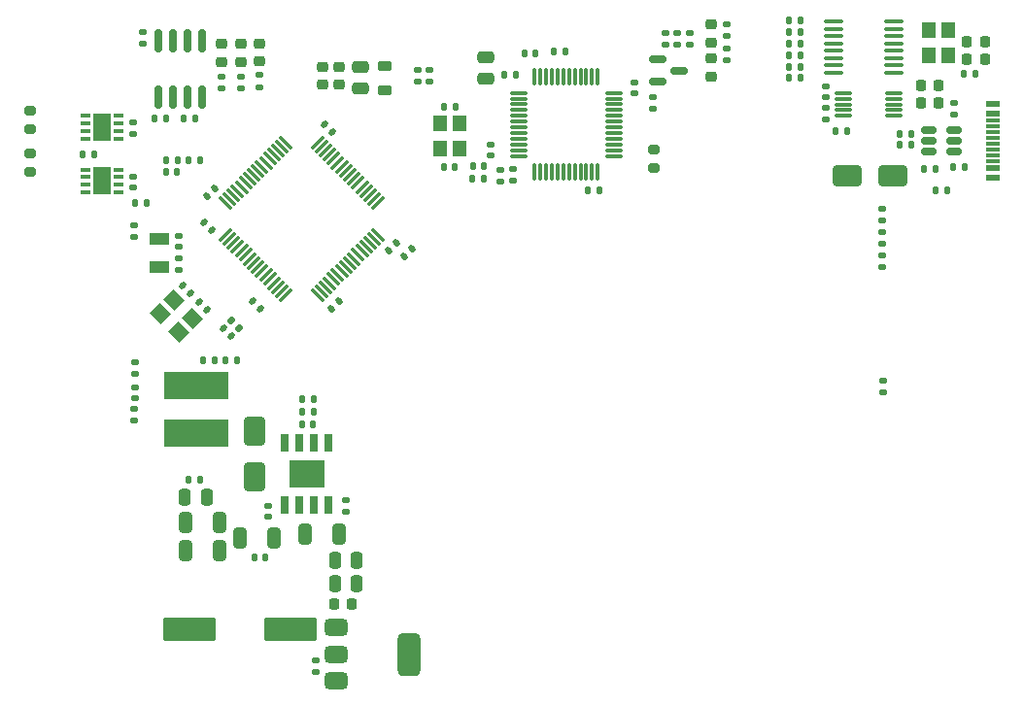
<source format=gbr>
%TF.GenerationSoftware,KiCad,Pcbnew,8.0.7-8.0.7-0~ubuntu22.04.1*%
%TF.CreationDate,2024-12-14T16:55:50+01:00*%
%TF.ProjectId,mini_module_template,6d696e69-5f6d-46f6-9475-6c655f74656d,rev?*%
%TF.SameCoordinates,Original*%
%TF.FileFunction,Paste,Top*%
%TF.FilePolarity,Positive*%
%FSLAX46Y46*%
G04 Gerber Fmt 4.6, Leading zero omitted, Abs format (unit mm)*
G04 Created by KiCad (PCBNEW 8.0.7-8.0.7-0~ubuntu22.04.1) date 2024-12-14 16:55:50*
%MOMM*%
%LPD*%
G01*
G04 APERTURE LIST*
G04 Aperture macros list*
%AMRoundRect*
0 Rectangle with rounded corners*
0 $1 Rounding radius*
0 $2 $3 $4 $5 $6 $7 $8 $9 X,Y pos of 4 corners*
0 Add a 4 corners polygon primitive as box body*
4,1,4,$2,$3,$4,$5,$6,$7,$8,$9,$2,$3,0*
0 Add four circle primitives for the rounded corners*
1,1,$1+$1,$2,$3*
1,1,$1+$1,$4,$5*
1,1,$1+$1,$6,$7*
1,1,$1+$1,$8,$9*
0 Add four rect primitives between the rounded corners*
20,1,$1+$1,$2,$3,$4,$5,0*
20,1,$1+$1,$4,$5,$6,$7,0*
20,1,$1+$1,$6,$7,$8,$9,0*
20,1,$1+$1,$8,$9,$2,$3,0*%
%AMRotRect*
0 Rectangle, with rotation*
0 The origin of the aperture is its center*
0 $1 length*
0 $2 width*
0 $3 Rotation angle, in degrees counterclockwise*
0 Add horizontal line*
21,1,$1,$2,0,0,$3*%
G04 Aperture macros list end*
%ADD10RoundRect,0.135000X0.185000X-0.135000X0.185000X0.135000X-0.185000X0.135000X-0.185000X-0.135000X0*%
%ADD11RoundRect,0.150000X-0.587500X-0.150000X0.587500X-0.150000X0.587500X0.150000X-0.587500X0.150000X0*%
%ADD12RoundRect,0.135000X-0.226274X-0.035355X-0.035355X-0.226274X0.226274X0.035355X0.035355X0.226274X0*%
%ADD13RoundRect,0.140000X-0.170000X0.140000X-0.170000X-0.140000X0.170000X-0.140000X0.170000X0.140000X0*%
%ADD14RoundRect,0.200000X0.275000X-0.200000X0.275000X0.200000X-0.275000X0.200000X-0.275000X-0.200000X0*%
%ADD15RoundRect,0.135000X-0.135000X-0.185000X0.135000X-0.185000X0.135000X0.185000X-0.135000X0.185000X0*%
%ADD16RoundRect,0.250000X-0.325000X-0.650000X0.325000X-0.650000X0.325000X0.650000X-0.325000X0.650000X0*%
%ADD17RoundRect,0.140000X0.140000X0.170000X-0.140000X0.170000X-0.140000X-0.170000X0.140000X-0.170000X0*%
%ADD18RoundRect,0.250000X-1.000000X-0.650000X1.000000X-0.650000X1.000000X0.650000X-1.000000X0.650000X0*%
%ADD19R,1.200000X1.400000*%
%ADD20RoundRect,0.218750X-0.256250X0.218750X-0.256250X-0.218750X0.256250X-0.218750X0.256250X0.218750X0*%
%ADD21RoundRect,0.140000X0.219203X0.021213X0.021213X0.219203X-0.219203X-0.021213X-0.021213X-0.219203X0*%
%ADD22RoundRect,0.135000X0.135000X0.185000X-0.135000X0.185000X-0.135000X-0.185000X0.135000X-0.185000X0*%
%ADD23RoundRect,0.140000X0.170000X-0.140000X0.170000X0.140000X-0.170000X0.140000X-0.170000X-0.140000X0*%
%ADD24RoundRect,0.135000X-0.185000X0.135000X-0.185000X-0.135000X0.185000X-0.135000X0.185000X0.135000X0*%
%ADD25RoundRect,0.218750X0.256250X-0.218750X0.256250X0.218750X-0.256250X0.218750X-0.256250X-0.218750X0*%
%ADD26RoundRect,0.100000X-0.712500X-0.100000X0.712500X-0.100000X0.712500X0.100000X-0.712500X0.100000X0*%
%ADD27RoundRect,0.140000X-0.021213X0.219203X-0.219203X0.021213X0.021213X-0.219203X0.219203X-0.021213X0*%
%ADD28RoundRect,0.225000X0.225000X0.250000X-0.225000X0.250000X-0.225000X-0.250000X0.225000X-0.250000X0*%
%ADD29RoundRect,0.150000X-0.150000X0.825000X-0.150000X-0.825000X0.150000X-0.825000X0.150000X0.825000X0*%
%ADD30RoundRect,0.140000X-0.140000X-0.170000X0.140000X-0.170000X0.140000X0.170000X-0.140000X0.170000X0*%
%ADD31RoundRect,0.250000X-0.475000X0.250000X-0.475000X-0.250000X0.475000X-0.250000X0.475000X0.250000X0*%
%ADD32RoundRect,0.218750X-0.381250X0.218750X-0.381250X-0.218750X0.381250X-0.218750X0.381250X0.218750X0*%
%ADD33RoundRect,0.075000X-0.441942X-0.548008X0.548008X0.441942X0.441942X0.548008X-0.548008X-0.441942X0*%
%ADD34RoundRect,0.075000X0.441942X-0.548008X0.548008X-0.441942X-0.441942X0.548008X-0.548008X0.441942X0*%
%ADD35RoundRect,0.250001X-2.049999X-0.799999X2.049999X-0.799999X2.049999X0.799999X-2.049999X0.799999X0*%
%ADD36R,1.800000X1.000000*%
%ADD37RoundRect,0.075000X-0.662500X-0.075000X0.662500X-0.075000X0.662500X0.075000X-0.662500X0.075000X0*%
%ADD38RoundRect,0.075000X-0.075000X-0.662500X0.075000X-0.662500X0.075000X0.662500X-0.075000X0.662500X0*%
%ADD39RoundRect,0.150000X-0.512500X-0.150000X0.512500X-0.150000X0.512500X0.150000X-0.512500X0.150000X0*%
%ADD40RoundRect,0.250000X-0.650000X1.000000X-0.650000X-1.000000X0.650000X-1.000000X0.650000X1.000000X0*%
%ADD41RoundRect,0.250000X0.250000X0.475000X-0.250000X0.475000X-0.250000X-0.475000X0.250000X-0.475000X0*%
%ADD42RoundRect,0.375000X-0.625000X-0.375000X0.625000X-0.375000X0.625000X0.375000X-0.625000X0.375000X0*%
%ADD43RoundRect,0.500000X-0.500000X-1.400000X0.500000X-1.400000X0.500000X1.400000X-0.500000X1.400000X0*%
%ADD44R,0.650000X1.525000*%
%ADD45R,3.100000X2.400000*%
%ADD46RoundRect,0.075000X0.650000X0.075000X-0.650000X0.075000X-0.650000X-0.075000X0.650000X-0.075000X0*%
%ADD47RoundRect,0.140000X-0.219203X-0.021213X-0.021213X-0.219203X0.219203X0.021213X0.021213X0.219203X0*%
%ADD48R,0.850000X0.350000*%
%ADD49R,1.650000X2.450000*%
%ADD50R,1.240000X0.600000*%
%ADD51R,1.240000X0.300000*%
%ADD52RoundRect,0.140000X0.021213X-0.219203X0.219203X-0.021213X-0.021213X0.219203X-0.219203X0.021213X0*%
%ADD53RoundRect,0.225000X-0.250000X0.225000X-0.250000X-0.225000X0.250000X-0.225000X0.250000X0.225000X0*%
%ADD54RoundRect,0.250000X-0.250000X-0.475000X0.250000X-0.475000X0.250000X0.475000X-0.250000X0.475000X0*%
%ADD55R,5.700000X2.400000*%
%ADD56RotRect,1.400000X1.200000X135.000000*%
%ADD57RoundRect,0.250000X0.325000X0.650000X-0.325000X0.650000X-0.325000X-0.650000X0.325000X-0.650000X0*%
%ADD58RoundRect,0.250000X0.475000X-0.250000X0.475000X0.250000X-0.475000X0.250000X-0.475000X-0.250000X0*%
G04 APERTURE END LIST*
D10*
%TO.C,R29*%
X108187501Y-66692496D03*
X108187501Y-65672498D03*
%TD*%
D11*
%TO.C,Q1*%
X142954999Y-64310000D03*
X142954999Y-66210000D03*
X144830000Y-65260000D03*
%TD*%
D12*
%TO.C,R2*%
X105739376Y-87039376D03*
X106460624Y-87760624D03*
%TD*%
D13*
%TO.C,C42*%
X97230000Y-74505000D03*
X97230000Y-75465000D03*
%TD*%
D14*
%TO.C,R24*%
X88230000Y-74105000D03*
X88230000Y-72455000D03*
%TD*%
D15*
%TO.C,R47*%
X154360000Y-65920000D03*
X155380000Y-65920000D03*
%TD*%
D16*
%TO.C,C49*%
X101784998Y-104700001D03*
X104735000Y-104700001D03*
%TD*%
D17*
%TO.C,C17*%
X127760000Y-73600000D03*
X126800000Y-73600000D03*
%TD*%
D18*
%TO.C,D1*%
X159400000Y-74400000D03*
X163400000Y-74400000D03*
%TD*%
D10*
%TO.C,R22*%
X142520000Y-68559999D03*
X142520000Y-67540001D03*
%TD*%
D16*
%TO.C,C46*%
X112174998Y-105700000D03*
X115125000Y-105700000D03*
%TD*%
D19*
%TO.C,Y4*%
X168250000Y-63900000D03*
X168250000Y-61700000D03*
X166550000Y-61700000D03*
X166550000Y-63900000D03*
%TD*%
D20*
%TO.C,D3*%
X104880000Y-62914997D03*
X104880000Y-64489999D03*
%TD*%
D21*
%TO.C,C58*%
X108309411Y-86049411D03*
X107630589Y-85370589D03*
%TD*%
D22*
%TO.C,R36*%
X93850000Y-72560000D03*
X92830002Y-72560000D03*
%TD*%
D23*
%TO.C,C21*%
X113100000Y-117680000D03*
X113100000Y-116720000D03*
%TD*%
D10*
%TO.C,R48*%
X162480000Y-82371998D03*
X162480000Y-81352000D03*
%TD*%
D22*
%TO.C,R34*%
X165065000Y-71770000D03*
X164045000Y-71770000D03*
%TD*%
D24*
%TO.C,R31*%
X168735000Y-68090001D03*
X168735000Y-69109999D03*
%TD*%
D13*
%TO.C,C36*%
X97220000Y-69812501D03*
X97220000Y-70772501D03*
%TD*%
%TO.C,C56*%
X101218553Y-79680050D03*
X101218553Y-80640050D03*
%TD*%
D17*
%TO.C,C43*%
X108750000Y-107750001D03*
X107790000Y-107750001D03*
%TD*%
D25*
%TO.C,D5*%
X147570000Y-65807501D03*
X147570000Y-64232499D03*
%TD*%
D26*
%TO.C,U1*%
X158232500Y-60997500D03*
X158232500Y-61632500D03*
X158232500Y-62267500D03*
X158232500Y-62902500D03*
X158232500Y-63537500D03*
X158232500Y-64172500D03*
X158232500Y-64807500D03*
X158232500Y-65442500D03*
X163507500Y-65442500D03*
X163507500Y-64807500D03*
X163507500Y-64172500D03*
X163507500Y-63537500D03*
X163507500Y-62902500D03*
X163507500Y-62267500D03*
X163507500Y-61632500D03*
X163507500Y-60997500D03*
%TD*%
D22*
%TO.C,R57*%
X112939997Y-94980001D03*
X111919999Y-94980001D03*
%TD*%
D23*
%TO.C,C40*%
X157570000Y-69499999D03*
X157570000Y-68539999D03*
%TD*%
D24*
%TO.C,R21*%
X144660000Y-62030001D03*
X144660000Y-63049999D03*
%TD*%
D17*
%TO.C,C54*%
X170580000Y-65590000D03*
X169620000Y-65590000D03*
%TD*%
D15*
%TO.C,R32*%
X168645001Y-73670000D03*
X169664999Y-73670000D03*
%TD*%
D27*
%TO.C,C3*%
X115189411Y-85370589D03*
X114510589Y-86049411D03*
%TD*%
D28*
%TO.C,C22*%
X116275000Y-111800000D03*
X114725000Y-111800000D03*
%TD*%
D22*
%TO.C,R12*%
X134909999Y-63600000D03*
X133890001Y-63600000D03*
%TD*%
D21*
%TO.C,C5*%
X104049411Y-79179411D03*
X103370589Y-78500589D03*
%TD*%
D10*
%TO.C,R9*%
X106580000Y-66799998D03*
X106580000Y-65780000D03*
%TD*%
D23*
%TO.C,C16*%
X128400000Y-72680000D03*
X128400000Y-71720000D03*
%TD*%
D22*
%TO.C,R35*%
X167165000Y-73870000D03*
X166145000Y-73870000D03*
%TD*%
D14*
%TO.C,R17*%
X142600000Y-73775000D03*
X142600000Y-72125000D03*
%TD*%
D22*
%TO.C,R11*%
X127779998Y-74700000D03*
X126760000Y-74700000D03*
%TD*%
D13*
%TO.C,C41*%
X157570000Y-66639999D03*
X157570000Y-67599999D03*
%TD*%
D29*
%TO.C,U2*%
X103182500Y-62662499D03*
X101912500Y-62662499D03*
X100642500Y-62662499D03*
X99372500Y-62662499D03*
X99372500Y-67612499D03*
X100642500Y-67612499D03*
X101912500Y-67612499D03*
X103182500Y-67612499D03*
%TD*%
D30*
%TO.C,C35*%
X111929999Y-96140001D03*
X112889999Y-96140001D03*
%TD*%
D24*
%TO.C,R20*%
X143580000Y-62030001D03*
X143580000Y-63049999D03*
%TD*%
D31*
%TO.C,C8*%
X117000000Y-64950001D03*
X117000000Y-66849999D03*
%TD*%
D32*
%TO.C,FB1*%
X119100000Y-64837500D03*
X119100000Y-66962500D03*
%TD*%
D30*
%TO.C,C18*%
X124317000Y-68393000D03*
X125277000Y-68393000D03*
%TD*%
D13*
%TO.C,C44*%
X162480000Y-79381999D03*
X162480000Y-80341999D03*
%TD*%
D27*
%TO.C,C55*%
X121489411Y-80780589D03*
X120810589Y-81459411D03*
%TD*%
D22*
%TO.C,R38*%
X98359999Y-76850000D03*
X97340001Y-76850000D03*
%TD*%
D20*
%TO.C,D2*%
X106580000Y-62914997D03*
X106580000Y-64489999D03*
%TD*%
D10*
%TO.C,R10*%
X104880000Y-66799998D03*
X104880000Y-65780000D03*
%TD*%
%TO.C,R50*%
X162480000Y-78371998D03*
X162480000Y-77352000D03*
%TD*%
D24*
%TO.C,R51*%
X97330000Y-94770001D03*
X97330000Y-95789999D03*
%TD*%
D33*
%TO.C,U9*%
X105235519Y-79561181D03*
X105589072Y-79914734D03*
X105942625Y-80268287D03*
X106296179Y-80621841D03*
X106649732Y-80975394D03*
X107003286Y-81328948D03*
X107356839Y-81682501D03*
X107710392Y-82036054D03*
X108063946Y-82389608D03*
X108417499Y-82743161D03*
X108771052Y-83096714D03*
X109124606Y-83450268D03*
X109478159Y-83803821D03*
X109831713Y-84157375D03*
X110185266Y-84510928D03*
X110538819Y-84864481D03*
D34*
X113261181Y-84864481D03*
X113614734Y-84510928D03*
X113968287Y-84157375D03*
X114321841Y-83803821D03*
X114675394Y-83450268D03*
X115028948Y-83096714D03*
X115382501Y-82743161D03*
X115736054Y-82389608D03*
X116089608Y-82036054D03*
X116443161Y-81682501D03*
X116796714Y-81328948D03*
X117150268Y-80975394D03*
X117503821Y-80621841D03*
X117857375Y-80268287D03*
X118210928Y-79914734D03*
X118564481Y-79561181D03*
D33*
X118564481Y-76838819D03*
X118210928Y-76485266D03*
X117857375Y-76131713D03*
X117503821Y-75778159D03*
X117150268Y-75424606D03*
X116796714Y-75071052D03*
X116443161Y-74717499D03*
X116089608Y-74363946D03*
X115736054Y-74010392D03*
X115382501Y-73656839D03*
X115028948Y-73303286D03*
X114675394Y-72949732D03*
X114321841Y-72596179D03*
X113968287Y-72242625D03*
X113614734Y-71889072D03*
X113261181Y-71535519D03*
D34*
X110538819Y-71535519D03*
X110185266Y-71889072D03*
X109831713Y-72242625D03*
X109478159Y-72596179D03*
X109124606Y-72949732D03*
X108771052Y-73303286D03*
X108417499Y-73656839D03*
X108063946Y-74010392D03*
X107710392Y-74363946D03*
X107356839Y-74717499D03*
X107003286Y-75071052D03*
X106649732Y-75424606D03*
X106296179Y-75778159D03*
X105942625Y-76131713D03*
X105589072Y-76485266D03*
X105235519Y-76838819D03*
%TD*%
D24*
%TO.C,R49*%
X162610000Y-92290001D03*
X162610000Y-93309999D03*
%TD*%
D15*
%TO.C,R45*%
X158460000Y-70519999D03*
X159480000Y-70519999D03*
%TD*%
D22*
%TO.C,R40*%
X155379999Y-60913000D03*
X154360001Y-60913000D03*
%TD*%
D15*
%TO.C,R56*%
X111900000Y-93910001D03*
X112919998Y-93910001D03*
%TD*%
D22*
%TO.C,R46*%
X155379999Y-64920000D03*
X154360001Y-64920000D03*
%TD*%
D30*
%TO.C,C13*%
X131320000Y-63800000D03*
X132280000Y-63800000D03*
%TD*%
D21*
%TO.C,C9*%
X105732306Y-88446518D03*
X105053484Y-87767696D03*
%TD*%
D35*
%TO.C,C47*%
X102100000Y-113950000D03*
X110900000Y-113950000D03*
%TD*%
D24*
%TO.C,R15*%
X122000000Y-65200000D03*
X122000000Y-66219998D03*
%TD*%
%TO.C,R7*%
X98020000Y-61880001D03*
X98020000Y-62899999D03*
%TD*%
%TO.C,R14*%
X123000000Y-65200000D03*
X123000000Y-66219998D03*
%TD*%
D22*
%TO.C,R33*%
X165065000Y-70770000D03*
X164045000Y-70770000D03*
%TD*%
D17*
%TO.C,C14*%
X130530000Y-65630000D03*
X129570000Y-65630000D03*
%TD*%
D36*
%TO.C,Y3*%
X99521497Y-79900000D03*
X99521497Y-82399998D03*
%TD*%
D10*
%TO.C,R16*%
X130300000Y-74900000D03*
X130300000Y-73880002D03*
%TD*%
D28*
%TO.C,C39*%
X167415000Y-68120000D03*
X165865000Y-68120000D03*
%TD*%
D37*
%TO.C,U3*%
X130787500Y-67212500D03*
X130787500Y-67712500D03*
X130787500Y-68212500D03*
X130787500Y-68712500D03*
X130787500Y-69212500D03*
X130787500Y-69712500D03*
X130787500Y-70212500D03*
X130787500Y-70712500D03*
X130787500Y-71212500D03*
X130787500Y-71712500D03*
X130787500Y-72212500D03*
X130787500Y-72712500D03*
D38*
X132200000Y-74125000D03*
X132700000Y-74125000D03*
X133200000Y-74125000D03*
X133700000Y-74125000D03*
X134200000Y-74125000D03*
X134700000Y-74125000D03*
X135200000Y-74125000D03*
X135700000Y-74125000D03*
X136200000Y-74125000D03*
X136700000Y-74125000D03*
X137200000Y-74125000D03*
X137700000Y-74125000D03*
D37*
X139112500Y-72712500D03*
X139112500Y-72212500D03*
X139112500Y-71712500D03*
X139112500Y-71212500D03*
X139112500Y-70712500D03*
X139112500Y-70212500D03*
X139112500Y-69712500D03*
X139112500Y-69212500D03*
X139112500Y-68712500D03*
X139112500Y-68212500D03*
X139112500Y-67712500D03*
X139112500Y-67212500D03*
D38*
X137700000Y-65800000D03*
X137200000Y-65800000D03*
X136700000Y-65800000D03*
X136200000Y-65800000D03*
X135700000Y-65800000D03*
X135200000Y-65800000D03*
X134700000Y-65800000D03*
X134200000Y-65800000D03*
X133700000Y-65800000D03*
X133200000Y-65800000D03*
X132700000Y-65800000D03*
X132200000Y-65800000D03*
%TD*%
D25*
%TO.C,D4*%
X147570000Y-62807501D03*
X147570000Y-61232499D03*
%TD*%
D39*
%TO.C,U6*%
X166517500Y-70450000D03*
X166517500Y-71400000D03*
X166517500Y-72350000D03*
X168792500Y-72350000D03*
X168792500Y-71400000D03*
X168792500Y-70450000D03*
%TD*%
D16*
%TO.C,C51*%
X101784998Y-107100001D03*
X104735000Y-107100001D03*
%TD*%
D24*
%TO.C,R52*%
X97350000Y-90670001D03*
X97350000Y-91689999D03*
%TD*%
D40*
%TO.C,D6*%
X107750000Y-96700000D03*
X107750000Y-100700002D03*
%TD*%
D15*
%TO.C,R42*%
X154360000Y-62913000D03*
X155380000Y-62913000D03*
%TD*%
D13*
%TO.C,C37*%
X140900000Y-66320000D03*
X140900000Y-67280000D03*
%TD*%
D24*
%TO.C,R13*%
X129200000Y-73890001D03*
X129200000Y-74909999D03*
%TD*%
D23*
%TO.C,C34*%
X108999999Y-104180001D03*
X108999999Y-103220001D03*
%TD*%
D15*
%TO.C,R30*%
X105240000Y-90500000D03*
X106260000Y-90500000D03*
%TD*%
D41*
%TO.C,C23*%
X116699999Y-110000000D03*
X114800001Y-110000000D03*
%TD*%
D15*
%TO.C,R41*%
X154360000Y-61913000D03*
X155380000Y-61913000D03*
%TD*%
D24*
%TO.C,R53*%
X97290000Y-78750001D03*
X97290000Y-79769999D03*
%TD*%
D10*
%TO.C,R37*%
X115729999Y-103720000D03*
X115729999Y-102700002D03*
%TD*%
%TO.C,R19*%
X148970000Y-62229999D03*
X148970000Y-61210001D03*
%TD*%
D42*
%TO.C,U4*%
X114920000Y-113850000D03*
X114920001Y-116150000D03*
D43*
X121219999Y-116150000D03*
D42*
X114920000Y-118450000D03*
%TD*%
D44*
%TO.C,IC3*%
X110439999Y-103150001D03*
X111709999Y-103150001D03*
X112979999Y-103150001D03*
X114249999Y-103150001D03*
X114249999Y-97726001D03*
X112979999Y-97726001D03*
X111709999Y-97726001D03*
X110439999Y-97726001D03*
D45*
X112344999Y-100438001D03*
%TD*%
D15*
%TO.C,R5*%
X99107501Y-69437499D03*
X100127499Y-69437499D03*
%TD*%
%TO.C,R43*%
X154360000Y-63913000D03*
X155380000Y-63913000D03*
%TD*%
D46*
%TO.C,U8*%
X163470000Y-69219999D03*
X163470000Y-68719998D03*
X163470000Y-68219999D03*
X163470000Y-67720000D03*
X163470000Y-67219999D03*
X159070000Y-67219999D03*
X159070000Y-67720000D03*
X159070000Y-68219999D03*
X159070000Y-68719998D03*
X159070000Y-69219999D03*
%TD*%
D19*
%TO.C,Y2*%
X123947000Y-69893000D03*
X123947000Y-72093000D03*
X125647000Y-72093000D03*
X125647000Y-69893000D03*
%TD*%
D28*
%TO.C,C53*%
X171425000Y-64320000D03*
X169875000Y-64320000D03*
%TD*%
D47*
%TO.C,C2*%
X113920589Y-69960589D03*
X114599411Y-70639411D03*
%TD*%
D28*
%TO.C,C52*%
X167425000Y-66600000D03*
X165875000Y-66600000D03*
%TD*%
D30*
%TO.C,C25*%
X102049999Y-100900000D03*
X103009999Y-100900000D03*
%TD*%
D17*
%TO.C,C15*%
X137830000Y-75700000D03*
X136870000Y-75700000D03*
%TD*%
D48*
%TO.C,IC1*%
X95970000Y-75850000D03*
X95970000Y-75200000D03*
X95970000Y-74550000D03*
X95970000Y-73900000D03*
X93070000Y-73900000D03*
X93070000Y-74550000D03*
X93070000Y-75200000D03*
X93070000Y-75850000D03*
D49*
X94520000Y-74875000D03*
%TD*%
D41*
%TO.C,C24*%
X116699999Y-107950000D03*
X114800001Y-107950000D03*
%TD*%
D23*
%TO.C,C45*%
X97340000Y-93840000D03*
X97340000Y-92880000D03*
%TD*%
D28*
%TO.C,C38*%
X171425000Y-62770000D03*
X169875000Y-62770000D03*
%TD*%
D50*
%TO.C,J4*%
X172110000Y-74600000D03*
X172110000Y-73800000D03*
D51*
X172110000Y-72650000D03*
X172110000Y-71650000D03*
X172110000Y-71150000D03*
X172110000Y-70150000D03*
D50*
X172110000Y-69000000D03*
X172110000Y-68200000D03*
X172110000Y-68200000D03*
X172110000Y-69000000D03*
D51*
X172110000Y-69650000D03*
X172110000Y-70650000D03*
X172110000Y-72150000D03*
X172110000Y-73150000D03*
D50*
X172110000Y-73800000D03*
X172110000Y-74600000D03*
%TD*%
D48*
%TO.C,IC2*%
X95970000Y-71180000D03*
X95970000Y-70530000D03*
X95970000Y-69880000D03*
X95970000Y-69230000D03*
X93070000Y-69230000D03*
X93070000Y-69880000D03*
X93070000Y-70530000D03*
X93070000Y-71180000D03*
D49*
X94520000Y-70205000D03*
%TD*%
D52*
%TO.C,C4*%
X103670589Y-76179411D03*
X104349411Y-75500589D03*
%TD*%
D17*
%TO.C,C19*%
X125257000Y-73643000D03*
X124297000Y-73643000D03*
%TD*%
%TO.C,C33*%
X168135000Y-75670000D03*
X167175000Y-75670000D03*
%TD*%
D53*
%TO.C,C7*%
X115200000Y-64925000D03*
X115200000Y-66475000D03*
%TD*%
D27*
%TO.C,C1*%
X120149411Y-80250589D03*
X119470589Y-80929411D03*
%TD*%
D24*
%TO.C,R23*%
X148970000Y-63310001D03*
X148970000Y-64329999D03*
%TD*%
D14*
%TO.C,R39*%
X88210000Y-70415000D03*
X88210000Y-68765000D03*
%TD*%
D22*
%TO.C,R4*%
X101089999Y-73090000D03*
X100070001Y-73090000D03*
%TD*%
D23*
%TO.C,C57*%
X101218553Y-82619949D03*
X101218553Y-81659949D03*
%TD*%
D54*
%TO.C,C20*%
X101709999Y-102500002D03*
X103609997Y-102500002D03*
%TD*%
D47*
%TO.C,C11*%
X101537366Y-84039447D03*
X102216188Y-84718269D03*
%TD*%
D10*
%TO.C,R18*%
X145720000Y-63049999D03*
X145720000Y-62030001D03*
%TD*%
D55*
%TO.C,L2*%
X102750000Y-92700000D03*
X102750000Y-96900000D03*
%TD*%
D56*
%TO.C,Y1*%
X102355635Y-86855635D03*
X100800000Y-85300000D03*
X99597919Y-86502081D03*
X101153554Y-88057716D03*
%TD*%
D57*
%TO.C,C48*%
X109485000Y-106000001D03*
X106534998Y-106000001D03*
%TD*%
D20*
%TO.C,D7*%
X108187500Y-62894997D03*
X108187500Y-64469999D03*
%TD*%
D21*
%TO.C,C12*%
X103616188Y-86118269D03*
X102937366Y-85439447D03*
%TD*%
D58*
%TO.C,C27*%
X127980000Y-65979999D03*
X127980000Y-64080001D03*
%TD*%
D17*
%TO.C,C10*%
X101050000Y-74100000D03*
X100090000Y-74100000D03*
%TD*%
D22*
%TO.C,R3*%
X103019999Y-73060000D03*
X102000001Y-73060000D03*
%TD*%
D53*
%TO.C,C6*%
X113700000Y-64925000D03*
X113700000Y-66475000D03*
%TD*%
D22*
%TO.C,R6*%
X102627499Y-69427499D03*
X101607501Y-69427499D03*
%TD*%
D15*
%TO.C,R27*%
X103290000Y-90500000D03*
X104310000Y-90500000D03*
%TD*%
M02*

</source>
